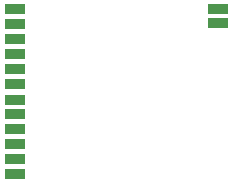
<source format=gbr>
G04 #@! TF.GenerationSoftware,KiCad,Pcbnew,(5.1.5)-3*
G04 #@! TF.CreationDate,2020-07-12T19:07:34-04:00*
G04 #@! TF.ProjectId,BreakoutSI4463PRORev3,42726561-6b6f-4757-9453-493434363350,rev?*
G04 #@! TF.SameCoordinates,Original*
G04 #@! TF.FileFunction,Paste,Top*
G04 #@! TF.FilePolarity,Positive*
%FSLAX46Y46*%
G04 Gerber Fmt 4.6, Leading zero omitted, Abs format (unit mm)*
G04 Created by KiCad (PCBNEW (5.1.5)-3) date 2020-07-12 19:07:34*
%MOMM*%
%LPD*%
G04 APERTURE LIST*
%ADD10R,1.676400X0.812800*%
G04 APERTURE END LIST*
D10*
X138856720Y-97965260D03*
X121714260Y-110744000D03*
X121714260Y-106934000D03*
X121714260Y-98044000D03*
X121714260Y-101854000D03*
X121714260Y-103124000D03*
X121714260Y-104472740D03*
X121714260Y-108204000D03*
X121714260Y-96774000D03*
X138856720Y-96774000D03*
X121714260Y-109474000D03*
X121714260Y-105664000D03*
X121714260Y-100584000D03*
X121714260Y-99314000D03*
M02*

</source>
